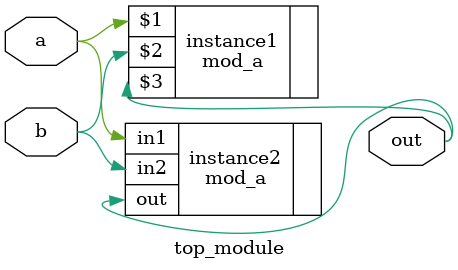
<source format=v>
module top_module ( input a, input b, output out );
    mod_a instance1(a, b, out);
    mod_a instance2(.in1(a), .in2(b), .out(out));
endmodule
</source>
